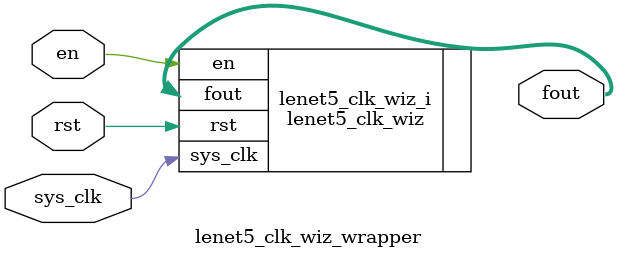
<source format=v>
`timescale 1 ps / 1 ps

module lenet5_clk_wiz_wrapper
   (en,
    fout,
    rst,
    sys_clk);
  input en;
  output [3:0]fout;
  input rst;
  input sys_clk;

  wire en;
  wire [3:0]fout;
  wire rst;
  wire sys_clk;

  lenet5_clk_wiz lenet5_clk_wiz_i
       (.en(en),
        .fout(fout),
        .rst(rst),
        .sys_clk(sys_clk));
endmodule

</source>
